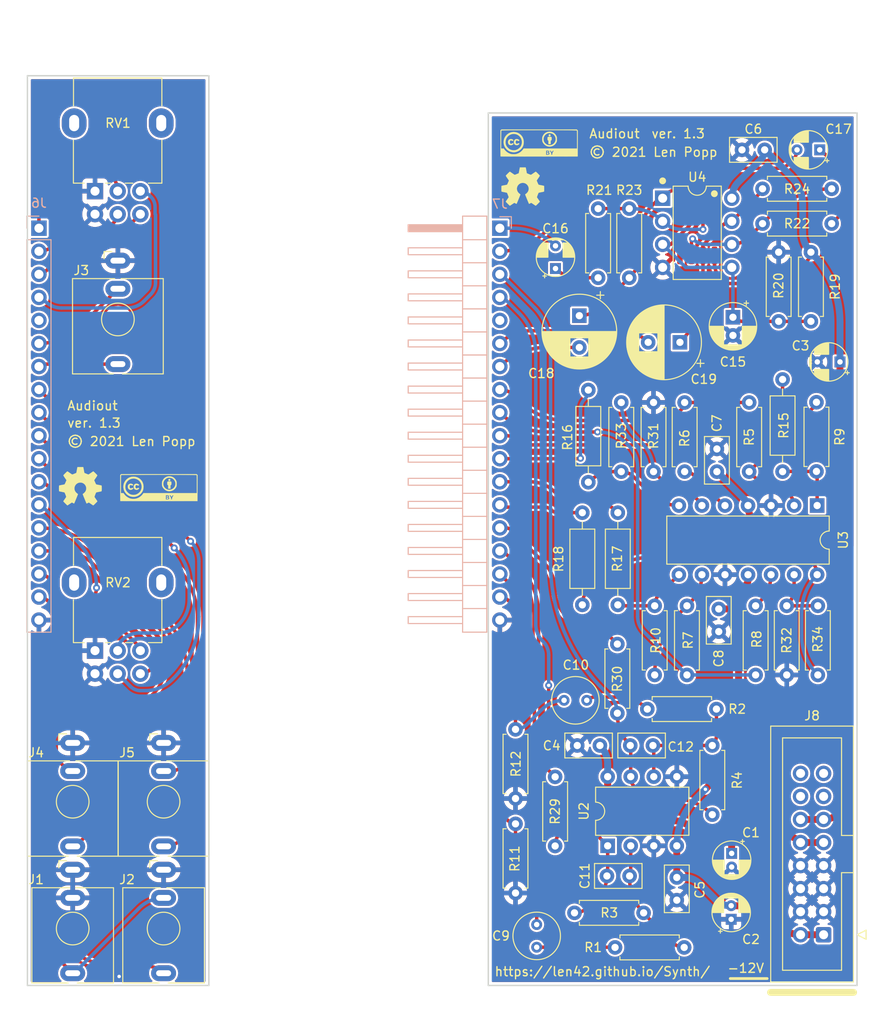
<source format=kicad_pcb>
(kicad_pcb (version 20211014) (generator pcbnew)
  (title_block (title "Eurorack Audiout Module") (date "2022-03-17") (rev "1.3") (company "Len Popp") (comment 1 "Copyright © 2022 Len Popp CC BY") (comment 2 "Stereo headphone and balanced line outputs with level controls, 4 HP"))
  (layers (0 "F.Cu" signal) (31 "B.Cu" signal) (36 "B.SilkS" user "B.Silkscreen") (37 "F.SilkS" user "F.Silkscreen") (38 "B.Mask" user) (39 "F.Mask" user) (44 "Edge.Cuts" user))
  (net 0 "")
  (net 1 "+12V")
  (net 2 "GND")
  (net 3 "-12V")
  (net 4 "+5V")
  (net 5 "Net-(C9-Pad1)")
  (net 6 "IN-LEFT")
  (net 7 "Net-(C10-Pad1)")
  (net 8 "IN-RIGHT")
  (net 9 "Net-(C15-Pad1)")
  (net 10 "Net-(C16-Pad1)")
  (net 11 "PHONES-ATTEN-LEFT")
  (net 12 "Net-(C17-Pad1)")
  (net 13 "PHONES-ATTEN-RIGHT")
  (net 14 "Net-(C18-Pad1)")
  (net 15 "Net-(C19-Pad1)")
  (net 16 "LINE-RIGHT")
  (net 17 "LINE-LEFT")
  (net 18 "LINE-ATTEN-RIGHT")
  (net 19 "LINE-ATTEN-LEFT")
  (net 20 "OUT-PHONES-RIGHT")
  (net 21 "OUT-PHONES-LEFT")
  (net 22 "OUT-LINE-RIGHT-NEG")
  (net 23 "OUT-LINE-RIGHT-POS")
  (net 24 "OUT-LINE-LEFT-NEG")
  (net 25 "OUT-LINE-LEFT-POS")
  (net 26 "Net-(C11-Pad2)")
  (net 27 "Net-(C12-Pad2)")
  (net 28 "Net-(R5-Pad1)")
  (net 29 "Net-(R6-Pad1)")
  (net 30 "Net-(R10-Pad2)")
  (net 31 "Net-(R8-Pad1)")
  (net 32 "Net-(R21-Pad1)")
  (net 33 "Net-(R22-Pad1)")
  (net 34 "Net-(R31-Pad1)")
  (net 35 "Net-(R32-Pad1)")
  (net 36 "PHONES-RIGHT")
  (net 37 "PHONES-LEFT")
  (net 38 "Net-(R15-Pad2)")
  (net 39 "Net-(R10-Pad1)")
  (net 40 "Net-(R16-Pad2)")
  (net 41 "Net-(R18-Pad2)")
  (footprint "-lmp-synth:Jack_3.5mm_QingPu_WQP-PJ398SM_Vertical" (layer "F.Cu") (at 140.74 121.489)
    (fp_text reference "J2")
    (fp_text value "WQP-PJ398")
  )
  (footprint "-lmp-synth:Jack_3.5mm_QingPu_WQP-PJ366ST_Vertical" (layer "F.Cu") (at 135.703 54.373)
    (fp_text reference "J3")
    (fp_text value "WQP419GR")
  )
  (footprint "-lmp-synth:Jack_3.5mm_QingPu_WQP-PJ366ST_Vertical" (layer "F.Cu") (at 140.74 107.513)
    (fp_text reference "J5")
    (fp_text value "WQP419GR")
  )
  (footprint "-lmp-synth:Jack_3.5mm_QingPu_WQP-PJ366ST_Vertical" (layer "F.Cu") (at 130.72 107.513)
    (fp_text reference "J4")
    (fp_text value "WQP419GR")
  )
  (footprint "-lmp-synth:Jack_3.5mm_QingPu_WQP-PJ398SM_Vertical" (layer "F.Cu") (at 130.72 121.489)
    (fp_text reference "J1")
    (fp_text value "WQP-PJ398")
  )
  (footprint "-lmp-misc:Logo_OSHW" (layer "F.Cu") (at 131.572 79.248)
    (fp_text reference "G3" hide)
    (fp_text value "Logo_OSHW" hide)
  )
  (footprint "-lmp-misc:C_Disc_D5.0mm_W2.5mm_P2.50mm" (layer "F.Cu") (at 201.93 95.25 90)
    (fp_text reference "C8")
    (fp_text value "100N")
  )
  (footprint "-lmp-misc:R_Axial_DIN0207_L6.3mm_D2.5mm_P7.62mm_Horizontal" (layer "F.Cu") (at 183.896 111.252 -90)
    (fp_text reference "R29")
    (fp_text value "10K")
  )
  (footprint "-lmp-breakout:Breakout_DIP-SOIC-8_W7.62mm" (layer "F.Cu") (at 195.746393 47.498)
    (fp_text reference "U4")
    (fp_text value "LM4808")
  )
  (footprint "-lmp-misc:R_Axial_DIN0207_L6.3mm_D2.5mm_P7.62mm_Horizontal" (layer "F.Cu") (at 212.09 53.4416 -90)
    (fp_text reference "R19")
    (fp_text value "100K")
  )
  (footprint "-lmp-misc:R_Axial_DIN0207_L6.3mm_D2.5mm_P7.62mm_Horizontal" (layer "F.Cu") (at 188.634393 48.641 -90)
    (fp_text reference "R21")
    (fp_text value "3K9")
  )
  (footprint "-lmp-misc:R_Axial_DIN0207_L6.3mm_D2.5mm_P7.62mm_Horizontal" (layer "F.Cu") (at 206.756 50.292)
    (fp_text reference "R22")
    (fp_text value "3K9")
  )
  (footprint "-lmp-misc:R_Axial_DIN0207_L6.3mm_D2.5mm_P7.62mm_Horizontal" (layer "F.Cu") (at 208.534 61.0616 90)
    (fp_text reference "R20")
    (fp_text value "100K")
  )
  (footprint "-lmp-misc:R_Axial_DIN0207_L6.3mm_D2.5mm_P7.62mm_Horizontal" (layer "F.Cu") (at 192.063393 56.261 90)
    (fp_text reference "R23")
    (fp_text value "3K9")
  )
  (footprint "Capacitor_THT:CP_Radial_D5.0mm_P2.00mm" (layer "F.Cu") (at 203.493393 60.611 -90)
    (fp_text reference "C15")
    (fp_text value "1U")
  )
  (footprint "-lmp-misc:CP_Radial_D4.0mm_P2.50mm" (layer "F.Cu") (at 213.0586 42.164 180)
    (fp_text reference "C17")
    (fp_text value "4U7")
  )
  (footprint "-lmp-misc:CP_Radial_D4.0mm_P2.50mm" (layer "F.Cu") (at 183.935393 55.245 90)
    (fp_text reference "C16")
    (fp_text value "4U7")
  )
  (footprint "Capacitor_THT:CP_Radial_D8.0mm_P3.50mm" (layer "F.Cu") (at 197.651393 63.373 180)
    (fp_text reference "C19")
    (fp_text value "220U")
  )
  (footprint "-lmp-misc:R_Axial_DIN0207_L6.3mm_D2.5mm_P7.62mm_Horizontal" (layer "F.Cu") (at 206.756 46.4566)
    (fp_text reference "R24")
    (fp_text value "3K9")
  )
  (footprint "-lmp-misc:CP_Radial_D4.0mm_P1.50mm" (layer "F.Cu") (at 203.3524 119.6848 -90)
    (fp_text reference "C1")
    (fp_text value "10U")
  )
  (footprint "-lmp-misc:CP_Radial_D4.0mm_P2.50mm" (layer "F.Cu") (at 215.2938 65.532 180)
    (fp_text reference "C3")
    (fp_text value "10U")
  )
  (footprint "-lmp-misc:C_Disc_D5.0mm_W2.5mm_P2.50mm" (layer "F.Cu") (at 188.8344 107.7976 180)
    (fp_text reference "C4")
    (fp_text value "100N")
  )
  (footprint "-lmp-misc:C_Disc_D5.0mm_W2.5mm_P2.50mm" (layer "F.Cu") (at 197.3072 124.841 90)
    (fp_text reference "C5")
    (fp_text value "100N")
  )
  (footprint "-lmp-misc:C_Disc_D5.0mm_W2.5mm_P2.50mm" (layer "F.Cu") (at 201.7268 77.6224 90)
    (fp_text reference "C7")
    (fp_text value "100N")
  )
  (footprint "-lmp-misc:C_Radial_D5.0mm_H5.0mm_P2.50mm" (layer "F.Cu") (at 181.864 130.028 90)
    (fp_text reference "C9")
    (fp_text value "10U")
  )
  (footprint "-lmp-misc:C_Radial_D5.0mm_H5.0mm_P2.50mm" (layer "F.Cu") (at 187.3812 102.8192 180)
    (fp_text reference "C10")
    (fp_text value "10U")
  )
  (footprint "-lmp-misc:Logo_OSHW" (layer "F.Cu") (at 180.34 46.228)
    (fp_text reference "G1" hide)
    (fp_text value "Logo_OSHW" hide)
  )
  (footprint "-lmp-misc:Logo_CC_BY" (layer "F.Cu") (at 140.208 79.375)
    (fp_text reference "G2" hide)
    (fp_text value "Logo_CC_BY" hide)
  )
  (footprint "-lmp-misc:Logo_CC_BY" (layer "F.Cu") (at 182.118 41.402)
    (fp_text reference "G4" hide)
    (fp_text value "Logo_CC_BY" hide)
  )
  (footprint "-lmp-misc:R_Axial_DIN0207_L6.3mm_D2.5mm_P7.62mm_Horizontal" (layer "F.Cu") (at 198.12 130.048 180)
    (fp_text reference "R1")
    (fp_text value "150K")
  )
  (footprint "-lmp-misc:R_Axial_DIN0207_L6.3mm_D2.5mm_P7.62mm_Horizontal" (layer "F.Cu") (at 201.676 103.7844 180)
    (fp_text reference "R2")
    (fp_text value "150K")
  )
  (footprint "-lmp-misc:R_Axial_DIN0207_L6.3mm_D2.5mm_P7.62mm_Horizontal" (layer "F.Cu") (at 186.0296 126.238)
    (fp_text reference "R3")
    (fp_text value "47K")
  )
  (footprint "-lmp-misc:R_Axial_DIN0207_L6.3mm_D2.5mm_P7.62mm_Horizontal" (layer "F.Cu") (at 201.2188 115.4176 90)
    (fp_text reference "R4")
    (fp_text value "47K")
  )
  (footprint "-lmp-misc:R_Axial_DIN0207_L6.3mm_D2.5mm_P7.62mm_Horizontal" (layer "F.Cu") (at 205.2828 77.6224 90)
    (fp_text reference "R5")
    (fp_text value "10K")
  )
  (footprint "-lmp-misc:R_Axial_DIN0207_L6.3mm_D2.5mm_P7.62mm_Horizontal" (layer "F.Cu") (at 198.1708 77.6224 90)
    (fp_text reference "R6")
    (fp_text value "10K")
  )
  (footprint "-lmp-misc:R_Axial_DIN0207_L6.3mm_D2.5mm_P7.62mm_Horizontal" (layer "F.Cu") (at 198.4248 92.4052 -90)
    (fp_text reference "R7")
    (fp_text value "10K")
  )
  (footprint "-lmp-misc:R_Axial_DIN0207_L6.3mm_D2.5mm_P7.62mm_Horizontal" (layer "F.Cu") (at 205.994 92.4052 -90)
    (fp_text reference "R8")
    (fp_text value "10K")
  )
  (footprint "-lmp-misc:R_Axial_DIN0207_L6.3mm_D2.5mm_P7.62mm_Horizontal" (layer "F.Cu") (at 212.6996 77.597 90)
    (fp_text reference "R9")
    (fp_text value "43K2")
  )
  (footprint "-lmp-misc:R_Axial_DIN0207_L6.3mm_D2.5mm_P7.62mm_Horizontal" (layer "F.Cu") (at 194.8688 92.4052 -90)
    (fp_text reference "R10")
    (fp_text value "43K2")
  )
  (footprint "-lmp-misc:R_Axial_DIN0207_L6.3mm_D2.5mm_P10.16mm_Horizontal" (layer "F.Cu") (at 208.9658 67.4624 -90)
    (fp_text reference "R15")
    (fp_text value "100R")
  )
  (footprint "-lmp-misc:R_Axial_DIN0207_L6.3mm_D2.5mm_P10.16mm_Horizontal" (layer "F.Cu") (at 190.8048 82.1436 -90)
    (fp_text reference "R17")
    (fp_text value "100R")
  )
  (footprint "-lmp-misc:R_Axial_DIN0207_L6.3mm_D2.5mm_P10.16mm_Horizontal" (layer "F.Cu") (at 186.8932 82.1436 -90)
    (fp_text reference "R18")
    (fp_text value "100R")
  )
  (footprint "-lmp-misc:R_Axial_DIN0207_L6.3mm_D2.5mm_P7.62mm_Horizontal" (layer "F.Cu") (at 194.7418 77.6224 90)
    (fp_text reference "R31")
    (fp_text value "10K")
  )
  (footprint "-lmp-misc:R_Axial_DIN0207_L6.3mm_D2.5mm_P7.62mm_Horizontal" (layer "F.Cu") (at 209.423 92.4052 -90)
    (fp_text reference "R32")
    (fp_text value "10K")
  )
  (footprint "-lmp-misc:R_Axial_DIN0207_L6.3mm_D2.5mm_P7.62mm_Horizontal" (layer "F.Cu") (at 191.1858 77.6224 90)
    (fp_text reference "R33")
    (fp_text value "33K2")
  )
  (footprint "-lmp-misc:R_Axial_DIN0207_L6.3mm_D2.5mm_P7.62mm_Horizontal" (layer "F.Cu") (at 212.852 100.0252 90)
    (fp_text reference "R34")
    (fp_text value "33K2")
  )
  (footprint "Package_DIP:DIP-14_W7.62mm" (layer "F.Cu") (at 212.7758 81.3562 -90)
    (fp_text reference "U3")
    (fp_text value "TL074")
  )
  (footprint "Package_DIP:DIP-8_W7.62mm" (layer "F.Cu") (at 189.6872 118.852 90)
    (fp_text reference "U2")
    (fp_text value "TL072")
  )
  (footprint "-lmp-synth:Potentiometer_Alpha_RD902F-40-00D_Dual_Vertical" (layer "F.Cu") (at 133.18 46.715 90)
    (fp_text reference "RV1")
    (fp_text value "100K")
  )
  (footprint "-lmp-synth:Potentiometer_Alpha_RD902F-40-00D_Dual_Vertical" (layer "F.Cu") (at 133.18 97.345 90)
    (fp_text reference "RV2")
    (fp_text value "100K")
  )
  (footprint "-lmp-synth:IDC-Header-Eurorack-16-TH" (layer "F.Cu") (at 213.487 128.651 180)
    (fp_text reference "J8")
    (fp_text value "Conn_Eurorack_16")
  )
  (footprint "-lmp-misc:R_Axial_DIN0207_L6.3mm_D2.5mm_P7.62mm_Horizontal" (layer "F.Cu") (at 190.754 96.6216 -90)
    (fp_text reference "R30")
    (fp_text value "10K")
  )
  (footprint "-lmp-misc:CP_Radial_D4.0mm_P1.50mm" (layer "F.Cu") (at 203.3016 126.9492 90)
    (fp_text reference "C2")
    (fp_text value "10U")
  )
  (footprint "-lmp-misc:C_Disc_D5.0mm_W2.5mm_P2.50mm" (layer "F.Cu") (at 206.99 42.164 180)
    (fp_text reference "C6")
    (fp_text value "100N")
  )
  (footprint "Capacitor_THT:CP_Radial_D8.0mm_P3.50mm" (layer "F.Cu") (at 186.563 60.439353 -90)
    (fp_text reference "C18")
    (fp_text value "220U")
  )
  (footprint "-lmp-misc:R_Axial_DIN0207_L6.3mm_D2.5mm_P10.16mm_Horizontal" (layer "F.Cu") (at 187.5536 68.6308 -90)
    (fp_text reference "R16")
    (fp_text value "100R")
  )
  (footprint "-lmp-misc:R_Axial_DIN0207_L6.3mm_D2.5mm_P7.62mm_Horizontal" (layer "F.Cu") (at 179.5272 116.4336 -90)
    (fp_text reference "R11")
    (fp_text value "100K")
  )
  (footprint "-lmp-misc:C_Disc_D5.0mm_W2.5mm_P2.50mm" (layer "F.Cu") (at 192.1764 107.7976)
    (fp_text reference "C12")
    (fp_text value "47P")
  )
  (footprint "-lmp-misc:R_Axial_DIN0207_L6.3mm_D2.5mm_P7.62mm_Horizontal" (layer "F.Cu") (at 179.5272 106.0196 -90)
    (fp_text reference "R12")
    (fp_text value "100K")
  )
  (footprint "-lmp-misc:C_Disc_D5.0mm_W2.5mm_P2.50mm" (layer "F.Cu") (at 189.6056 122.174)
    (fp_text reference "C11")
    (fp_text value "47P")
  )
  (footprint "Connector_PinSocket_2.54mm:PinSocket_1x18_P2.54mm_Vertical" (layer "B.Cu") (at 127 50.8 180)
    (fp_text reference "J6")
    (fp_text value "Conn_Front")
  )
  (footprint "Connector_PinHeader_2.54mm:PinHeader_1x18_P2.54mm_Horizontal" (layer "B.Cu") (at 177.8 50.8 180)
    (fp_text reference "J7")
    (fp_text value "Conn_Rear")
  )
  (gr_line (start 207.264 133.477) (end 203.2 133.477) (layer "F.SilkS") (width 0.3048))
  (gr_line (start 217.17 134.239) (end 176.53 134.239) (layer "Edge.Cuts") (width 0.1524))
  (gr_line (start 176.53 134.239) (end 176.53 38.1) (layer "Edge.Cuts") (width 0.1524))
  (gr_line (start 145.730011 34) (end 145.730011 134.239) (layer "Edge.Cuts") (width 0.1524))
  (gr_line (start 145.730011 134.239) (end 125.73 134.239) (layer "Edge.Cuts") (width 0.1524))
  (gr_line (start 217.17 38.1) (end 217.17 134.239) (layer "Edge.Cuts") (width 0.1524))
  (gr_line (start 176.53 38.1) (end 217.17 38.1) (layer "Edge.Cuts") (width 0.1524))
  (gr_line (start 125.73 34) (end 145.730011 34) (layer "Edge.Cuts") (width 0.1524))
  (gr_line (start 125.73 134.239) (end 125.73 34) (layer "Edge.Cuts") (width 0.1524))
  (gr_text "Audiout" (at 187.579 40.386) (layer "F.SilkS") (effects (font (size 1 1)) (justify left)))
  (gr_text "Audiout" (at 130.048 70.358) (layer "F.SilkS") (effects (font (size 1 1)) (justify left)))
  (gr_text "ver. 1.3" (at 130.048 72.263) (layer "F.SilkS") (effects (font (size 1 1)) (justify left)))
  (gr_text "© 2021 Len Popp" (at 130.048 74.295) (layer "F.SilkS") (effects (font (size 1 1)) (justify left)))
  (gr_text "-12V" (at 207.01 132.334) (layer "F.SilkS") (effects (font (size 1 1)) (justify right)))
  (gr_text "© 2021 Len Popp" (at 187.579 42.418) (layer "F.SilkS") (effects (font (size 1 1)) (justify left)))
  (gr_text "https://len42.github.io/Synth/" (at 189.103 132.715) (layer "F.SilkS") (effects (font (size 1 1))))
  (gr_text "ver. 1.3" (at 194.437 40.386) (layer "F.SilkS") (effects (font (size 1 1)) (justify left)))
  (segment (start 194.771429 116.078) (end 196.876399 116.078) (width 0.762) (layer "F.Cu") (net 1))
  (segment (start 213.956216 86.295817) (end 213.5124 85.852) (width 0.762) (layer "F.Cu") (net 1))
  (segment (start 199.0852 117.0432) (end 198.999359 116.957359) (width 0.762) (layer "F.Cu") (net 1))
  (segment (start 212.344 105.2576) (end 213.273717 104.327883) (width 0.762) (layer "F.Cu") (net 1))
  (segment (start 214.7824 100.6856) (end 214.7824 88.2904) (width 0.762) (layer "F.Cu") (net 1))
  (segment (start 208.923407 117.6528) (end 203.4032 117.6528) (width 0.762) (layer "F.Cu") (net 1))
  (segment (start 208.923407 117.6528) (end 208.923407 110.244275) (width 0.762) (layer "F.Cu") (net 1))
  (segment (start 210.2104 107.1372) (end 211.910394 105.437206) (width 0.762) (layer "F.Cu") (net 1))
  (segment (start 203.4032 117.6528) (end 200.556889 117.6528) (width 0.762) (layer "F.Cu") (net 1))
  (segment (start 203.3524 119.6848) (end 203.3524 117.775442) (width 0.762) (layer "F.Cu") (net 1))
  (segment (start 206.6544 83.9724) (end 205.946063 83.264062) (width 0.762) (layer "F.Cu") (net 1))
  (segment (start 189.6872 112.143244) (end 189.6872 111.232) (width 0.762) (layer "F.Cu") (net 1))
  (segment (start 213.487 118.491) (end 210.947 118.491) (width 0.762) (layer "F.Cu") (net 1))
  (segment (start 210.201065 84.4804) (end 207.88082 84.4804) (width 0.762) (layer "F.Cu") (net 1))
  (arc (start 200.556889 117.6528) (mid 199.760421 117.494373) (end 199.0852 117.0432) (width 0.762) (layer "F.Cu") (net 1))
  (arc (start 190.6016 114.3508) (mid 189.924845 113.337964) (end 189.6872 112.143244) (width 0.762) (layer "F.Cu") (net 1))
  (arc (start 210.947 118.491) (mid 210.018568 117.870641) (end 208.923407 117.6528) (width 0.762) (layer "F.Cu") (net 1))
  (arc (start 198.999359 116.957359) (mid 198.025337 116.306538) (end 196.876399 116.078) (width 0.762) (layer "F.Cu") (net 1))
  (arc (start 213.5124 85.852) (mid 211.993147 84.836867) (end 210.201065 84.4804) (width 0.762) (layer "F.Cu") (net 1))
  (arc (start 211.910394 105.437206) (mid 212.109334 105.304278) (end 212.344 105.2576) (width 0.762) (layer "F.Cu") (net 1))
  (arc (start 208.923407 110.244275) (mid 209.257885 108.562738) (end 210.2104 107.1372) (width 0.762) (layer "F.Cu") (net 1))
  (arc (start 205.946063 83.264062) (mid 205.361183 82.388728) (end 205.1558 81.3562) (width 0.762) (layer "F.Cu") (net 1))
  (arc (start 214.7824 88.2904) (mid 214.567682 87.210939) (end 213.956216 86.295817) (width 0.762) (layer "F.Cu") (net 1))
  (arc (start 207.88082 84.4804) (mid 207.217086 84.348375) (end 206.6544 83.9724) (width 0.762) (layer "F.Cu") (net 1))
  (arc (start 203.3524 117.775442) (mid 203.365602 117.709069) (end 203.4032 117.6528) (width 0.762) (layer "F.Cu") (net 1))
  (arc (start 213.273717 104.327883) (mid 214.390306 102.656789) (end 214.7824 100.6856) (width 0.762) (layer "F.Cu") (net 1))
  (arc (start 194.771429 116.078) (mid 192.514734 115.629115) (end 190.6016 114.3508) (width 0.762) (layer "F.Cu") (net 1))
  (segment (start 201.7268 77.6224) (end 204.940274 80.835874) (width 0.762) (layer "B.Cu") (net 1))
  (segment (start 189.6872 109.856441) (end 189.6872 111.232) (width 0.762) (layer "B.Cu") (net 1))
  (arc (start 204.940274 80.835874) (mid 205.099786 81.074602) (end 205.1558 81.3562) (width 0.762) (layer "B.Cu") (net 1))
  (arc (start 188.8344 107.7976) (mid 189.465564 108.742204) (end 189.6872 109.856441) (width 0.762) (layer "B.Cu") (net 1))
  (via (at 135.8392 133.2484) (size 0.762) (drill 0.381) (layers "F.Cu" "B.Cu") (net 2))
  (segment (start 210.947 128.651) (end 213.487 128.651) (width 0.762) (layer "F.Cu") (net 3))
  (segment (start 204.1144 103.793373) (end 204.1144 91.984978) (width 0.762) (layer "F.Cu") (net 3))
  (segment (start 201.93 92.75) (end 203.89519 92.75) (width 0.762) (layer "F.Cu") (net 3))
  (segment (start 197.3072 122.341) (end 197.3072 118.852) (width 0.762) (layer "F.Cu") (net 3))
  (segment (start 208.692254 127.717053) (end 208.4832 127.508) (width 0.762) (layer "F.Cu") (net 3))
  (segment (start 205.1558 89.567311) (end 205.1558 88.9762) (width 0.762) (layer "F.Cu") (net 3))
  (via (at 200.4568 112.6236) (size 0.762) (drill 0.381) (layers "F.Cu" "B.Cu") (net 3))
  (arc (start 204.1144 92.081472) (mid 204.32564 91.019498) (end 204.9272 90.1192) (width 0.762) (layer "F.Cu") (net 3))
  (arc (start 200.4568 112.6236) (mid 203.163821 108.572257) (end 204.1144 103.793373) (width 0.762) (layer "F.Cu") (net 3))
  (arc (start 203.89519 92.75) (mid 204.013826 92.726402) (end 204.1144 92.6592) (width 0.762) (layer "F.Cu") (net 3))
  (arc (start 210.947 128.651) (mid 209.72674 128.408275) (end 208.692254 127.717053) (width 0.762) (layer "F.Cu") (net 3))
  (arc (start 204.9272 90.1192) (mid 205.096389 89.865991) (end 205.1558 89.567311) (width 0.762) (layer "F.Cu") (net 3))
  (arc (start 208.4832 127.508) (mid 206.20277 125.984264) (end 203.512818 125.4492) (width 0.762) (layer "F.Cu") (net 3))
  (segment (start 201.62526 124.81566) (end 199.875863 123.066263) (width 0.762) (layer "B.Cu") (net 3))
  (segment (start 197.3072 122.341) (end 198.124919 122.340999) (width 0.762) (layer "B.Cu") (net 3))
  (segment (start 200.4568 112.6236) (end 199.48424 113.59616) (width 0.762) (layer "B.Cu") (net 3))
  (arc (start 199.48424 113.59616) (mid 197.872994 116.00756) (end 197.3072 118.852) (width 0.762) (layer "B.Cu") (net 3))
  (arc (start 199.875863 123.066263) (mid 199.072523 122.529489) (end 198.124919 122.340999) (width 0.762) (layer "B.Cu") (net 3))
  (arc (start 203.154845 125.4492) (mid 202.327002 125.284548) (end 201.62526 124.81566) (width 0.762) (layer "B.Cu") (net 3))
  (segment (start 213.487 115.951) (end 210.947 115.951) (width 0.762) (layer "F.Cu") (net 4))
  (segment (start 215.1347 115.2685) (end 215.7476 114.6556) (width 0.762) (layer "F.Cu") (net 4))
  (segment (start 207.01 56.896) (end 202.924251 56.896) (width 0.381) (layer "F.Cu") (net 4))
  (segment (start 215.2904 84.616864) (end 215.2904 65.5354) (width 0.762) (layer "F.Cu") (net 4))
  (segment (start 216.2048 113.551822) (end 216.2048 86.82442) (width 0.762) (layer "F.Cu") (net 4))
  (segment (start 211.712829 54.352171) (end 210.695644 55.369356) (width 0.381) (layer "F.Cu") (net 4))
  (segment (start 201.461393 54.9402) (end 201.461393 53.798) (width 0.381) (layer "F.Cu") (net 4))
  (arc (start 215.7476 114.6556) (mid 216.085977 114.149182) (end 216.2048 113.551822) (width 0.762) (layer "F.Cu") (net 4))
  (arc (start 216.2048 86.82442) (mid 216.072775 86.160686) (end 215.6968 85.598) (width 0.762) (layer "F.Cu") (net 4))
  (arc (start 202.924251 56.896) (mid 202.592345 56.829979) (end 202.311 56.642) (width 0.381) (layer "F.Cu") (net 4))
  (arc (start 213.487 115.951) (mid 214.378729 115.773624) (end 215.1347 115.2685) (width 0.762) (layer "F.Cu") (net 4))
  (arc (start 202.311 56.642) (mid 201.682198 55.700933) (end 201.461393 54.590868) (width 0.381) (layer "F.Cu") (net 4))
  (arc (start 215.6968 85.598) (mid 215.39602 85.147851) (end 215.2904 84.616864) (width 0.762) (layer "F.Cu") (net 4))
  (arc (start 212.09 53.4416) (mid 211.991976 53.934398) (end 211.712829 54.352171) (width 0.381) (layer "F.Cu") (net 4))
  (arc (start 210.695644 55.369356) (mid 209.004656 56.499238) (end 207.01 56.896) (width 0.381) (layer "F.Cu") (net 4))
  (segment (start 215.2938 65.532) (end 215.2938 61.176257) (width 0.762) (layer "B.Cu") (net 4))
  (segment (start 206.526845 43.282155) (end 204.112669 45.696331) (width 0.762) (layer "B.Cu") (net 4))
  (segment (start 211.1756 51.234044) (end 211.1756 48.163635) (width 0.762) (layer "B.Cu") (net 4))
  (segment (start 209.892883 45.066883) (end 206.99 42.164) (width 0.762) (layer "B.Cu") (net 4))
  (arc (start 204.112669 45.696331) (mid 203.560344 46.522943) (end 203.366393 47.498) (width 0.762) (layer "B.Cu") (net 4))
  (arc (start 209.914662 45.119462) (mid 209.909002 45.091006) (end 209.892883 45.066883) (width 0.762) (layer "B.Cu") (net 4))
  (arc (start 211.1756 48.163635) (mid 210.847893 46.51614) (end 209.914662 45.119462) (width 0.762) (layer "B.Cu") (net 4))
  (arc (start 212.09 53.4416) (mid 211.413245 52.428765) (end 211.1756 51.234044) (width 0.762) (layer "B.Cu") (net 4))
  (arc (start 206.99 42.164) (mid 206.86963 42.769141) (end 206.526845 43.282155) (width 0.762) (layer "B.Cu") (net 4))
  (arc (start 215.2938 61.176257) (mid 214.46116 56.990291) (end 212.09 53.4416) (width 0.762) (layer "B.Cu") (net 4))
  (segment (start 181.864 130.028) (end 190.451716 130.028) (width 0.381) (layer "F.Cu") (net 5))
  (segment (start 177.546 113.903812) (end 177.546 98.86763) (width 0.381) (layer "F.Cu") (net 6))
  (segment (start 180.930053 121.443254) (end 180.848 121.3612) (width 0.381) (layer "F.Cu") (net 6))
  (segment (start 179.832 94.615) (end 179.832 93.703462) (width 0.381) (layer "F.Cu") (net 6))
  (segment (start 128.9812 93.724504) (end 128.9812 94.166045) (width 0.381) (layer "F.Cu") (net 6))
  (segment (start 181.864 127.528) (end 181.864 123.698) (width 0.381) (layer "F.Cu") (net 6))
  (segment (start 178.308 97.028) (end 179.203382 96.132618) (width 0.381) (layer "F.Cu") (net 6))
  (segment (start 126.746 99.365419) (end 126.746 124.8664) (width 0.381) (layer "F.Cu") (net 6))
  (segment (start 128.358414 95.669586) (end 128.2192 95.8088) (width 0.381) (layer "F.Cu") (net 6))
  (segment (start 179.2732 92.3544) (end 178.753932 91.835132) (width 0.381) (layer "F.Cu") (net 6))
  (segment (start 129.620813 131.806814) (end 130.703 132.889) (width 0.381) (layer "F.Cu") (net 6))
  (segment (start 127.953932 91.835132) (end 128.3716 92.2528) (width 0.381) (layer "F.Cu") (net 6))
  (segment (start 179.5272 116.4336) (end 179.5272 118.172507) (width 0.381) (layer "F.Cu") (net 6))
  (segment (start 178.710789 116.074389) (end 178.2572 115.6208) (width 0.381) (layer "F.Cu") (net 6))
  (arc (start 179.5272 118.172507) (mid 179.870465 119.898215) (end 180.848 121.3612) (width 0.381) (layer "F.Cu") (net 6))
  (arc (start 128.9812 94.166045) (mid 128.819343 94.979755) (end 128.358414 95.669586) (width 0.381) (layer "F.Cu") (net 6))
  (arc (start 178.2572 115.6208) (mid 177.730835 114.833039) (end 177.546 113.903812) (width 0.381) (layer "F.Cu") (net 6))
  (arc (start 178.753932 91.835132) (mid 178.316265 91.542691) (end 177.8 91.44) (width 0.381) (layer "F.Cu") (net 6))
  (arc (start 179.203382 96.132618) (mid 179.668628 95.436329) (end 179.832 94.615) (width 0.381) (layer "F.Cu") (net 6))
  (arc (start 179.832 93.703462) (mid 179.686773 92.973355) (end 179.2732 92.3544) (width 0.381) (layer "F.Cu") (net 6))
  (arc (start 181.864 123.698) (mid 181.621275 122.47774) (end 180.930053 121.443254) (width 0.381) (layer "F.Cu") (net 6))
  (arc (start 126.746 124.8664) (mid 127.49314 128.622525) (end 129.620813 131.806814) (width 0.381) (layer "F.Cu") (net 6))
  (arc (start 127 91.44) (mid 127.516265 91.542691) (end 127.953932 91.835132) (width 0.381) (layer "F.Cu") (net 6))
  (arc (start 128.3716 92.2528) (mid 128.82277 92.928023) (end 128.9812 93.724504) (width 0.381) (layer "F.Cu") (net 6))
  (arc (start 128.2192 95.8088) (mid 127.128872 97.44059) (end 126.746 99.365419) (width 0.381) (layer "F.Cu") (net 6))
  (arc (start 179.578 116.4336) (mid 179.108669 116.340244) (end 178.710789 116.074389) (width 0.381) (layer "F.Cu") (net 6))
  (arc (start 177.546 98.86763) (mid 177.744037 97.87203) (end 178.308 97.028) (width 0.381) (layer "F.Cu") (net 6))
  (segment (start 130.978869 132.774731) (end 138.006784 125.746817) (width 0.381) (layer "B.Cu") (net 6))
  (arc (start 140.802 124.589) (mid 139.28924 124.889907) (end 138.006784 125.746817) (width 0.381) (layer "B.Cu") (net 6))
  (segment (start 190.867307 102.4636) (end 188.239694 102.4636) (width 0.381) (layer "F.Cu") (net 7))
  (arc (start 194.056 103.7844) (mid 192.593015 102.806865) (end 190.867307 102.4636) (width 0.381) (layer "F.Cu") (net 7))
  (arc (start 188.239694 102.4636) (mid 187.775081 102.556017) (end 187.3812 102.8192) (width 0.381) (layer "F.Cu") (net 7))
  (segment (start 138.971544 132.1308) (end 135.75266 132.1308) (width 0.381) (layer "F.Cu") (net 8))
  (segment (start 129.452222 91.809423) (end 129.024326 91.381527) (width 0.381) (layer "F.Cu") (net 8))
  (segment (start 179.912747 91.012747) (end 177.8 88.9) (width 0.381) (layer "F.Cu") (net 8))
  (segment (start 127.8128 124.981203) (end 127.8128 99.387956) (width 0.381) (layer "F.Cu") (net 8))
  (segment (start 128.27 89.5604) (end 128.040653 89.331053) (width 0.381) (layer "F.Cu") (net 8))
  (segment (start 179.5272 106.0196) (end 179.5272 99.625272) (width 0.381) (layer "F.Cu") (net 8))
  (segment (start 180.9496 96.191296) (end 180.9496 93.515932) (width 0.381) (layer "F.Cu") (net 8))
  (segment (start 130.0988 93.869065) (end 130.0988 93.3704) (width 0.381) (layer "F.Cu") (net 8))
  (arc (start 128.7272 97.1804) (mid 129.742332 95.661147) (end 130.0988 93.869065) (width 0.381) (layer "F.Cu") (net 8))
  (arc (start 180.9496 93.515932) (mid 180.680131 92.161218) (end 179.912747 91.012747) (width 0.381) (layer "F.Cu") (net 8))
  (arc (start 128.040653 89.331053) (mid 127.563198 89.012027) (end 127 88.9) (width 0.381) (layer "F.Cu") (net 8))
  (arc (start 179.5272 99.625272) (mid 179.73844 98.563298) (end 180.34 97.663) (width 0.381) (layer "F.Cu") (net 8))
  (arc (start 127.8128 99.387956) (mid 128.050445 98.193235) (end 128.7272 97.1804) (width 0.381) (layer "F.Cu") (net 8))
  (arc (start 140.802 132.889) (mid 139.96218 132.32785) (end 138.971544 132.1308) (width 0.381) (layer "F.Cu") (net 8))
  (arc (start 130.0988 93.3704) (mid 129.93076 92.525605) (end 129.452222 91.809423) (width 0.381) (layer "F.Cu") (net 8))
  (arc (start 135.75266 132.1308) (mid 132.500364 131.483878) (end 129.7432 129.6416) (width 0.381) (layer "F.Cu") (net 8))
  (arc (start 128.6764 90.541536) (mid 128.57078 90.010549) (end 128.27 89.5604) (width 0.381) (layer "F.Cu") (net 8))
  (arc (start 180.34 97.663) (mid 180.79117 96.987776) (end 180.9496 96.191296) (width 0.381) (layer "F.Cu") (net 8))
  (arc (start 129.7432 129.6416) (mid 128.314495 127.503391) (end 127.8128 124.981203) (width 0.381) (layer "F.Cu") (net 8))
  (arc (start 129.024326 91.381527) (mid 128.766823 90.996147) (end 128.6764 90.541536) (width 0.381) (layer "F.Cu") (net 8))
  (segment (start 180.741294 105.516706) (end 182.418869 103.839131) (width 0.381) (layer "B.Cu") (net 8))
  (arc (start 182.418869 103.839131) (mid 183.548596 103.084271) (end 184.8812 102.8192) (width 0.381) (layer "B.Cu") (net 8))
  (arc (start 179.5272 106.0196) (mid 180.184263 105.888902) (end 180.741294 105.516706) (width 0.381) (layer "B.Cu") (net 8))
  (segment (start 197.397393 51.816) (end 198.654693 50.5587) (width 0.381) (layer "F.Cu") (net 9))
  (segment (start 212.09 61.0616) (end 208.534 61.0616) (width 0.381) (layer "F.Cu") (net 9))
  (segment (start 197.651393 53.798) (end 197.651393 52.321447) (width 0.381) (layer "F.Cu") (net 9))
  (segment (start 197.397393 51.816) (end 196.635393 52.578) (width 0.381) (layer "F.Cu") (net 9))
  (segment (start 208.534 61.0616) (end 204.581237 61.0616) (width 0.381) (layer "F.Cu") (net 9))
  (segment (start 196.635393 52.578) (end 195.746393 52.578) (width 0.381) (layer "F.Cu") (net 9))
  (segment (start 197.473593 51.8922) (end 197.397393 51.816) (width 0.381) (layer "F.Cu") (net 9))
  (segment (start 198.921393 48.848) (end 198.921393 49.91483) (width 0.381) (layer "F.Cu") (net 9))
  (arc (start 204.581237 61.0616) (mid 203.9925 60.944493) (end 203.493393 60.611) (width 0.381) (layer "F.Cu") (net 9))
  (arc (start 198.921393 49.91483) (mid 198.85208 50.26329) (end 198.654693 50.5587) (width 0.381) (layer "F.Cu") (net 9))
  (arc (start 197.651393 52.321447) (mid 197.605184 52.08914) (end 197.473593 51.8922) (width 0.381) (layer "F.Cu") (net 9))
  (segment (start 198.286393 55.118) (end 195.746393 52.578) (width 0.381) (layer "B.Cu") (net 9))
  (segment (start 203.493393 60.611) (end 203.493393 55.245) (width 0.381) (layer "B.Cu") (net 9))
  (segment (start 203.366393 55.118) (end 198.286393 55.118) (width 0.381) (layer "B.Cu") (net 9))
  (segment (start 188.634393 56.261) (end 186.388233 56.261) (width 0.381) (layer "F.Cu") (net 10))
  (arc (start 186.388233 56.261) (mid 185.060765 55.99695) (end 183.935393 55.245) (width 0.381) (layer "F.Cu") (net 10))
  (segment (start 134.97162 45.004821) (end 134.874 44.9072) (width 0.381) (layer "F.Cu") (net 11))
  (segment (start 134.138148 44.6024) (end 131.036356 44.6024) (width 0.381) (layer "F.Cu") (net 11))
  (segment (start 127 49.931913) (end 127 50.706239) (width 0.381) (layer "F.Cu") (net 11))
  (arc (start 135.68 46.715) (mid 135.495898 45.789458) (end 134.97162 45.004821) (width 0.381) (layer "F.Cu") (net 11))
  (arc (start 134.874 44.9072) (mid 134.536389 44.681615) (end 134.138148 44.6024) (width 0.381) (layer "F.Cu") (net 11))
  (arc (start 131.036356 44.6024) (mid 129.841636 44.840045) (end 128.8288 45.5168) (width 0.381) (layer "F.Cu") (net 11))
  (arc (start 128.8288 45.5168) (mid 127.47529 47.542471) (end 127 49.931913) (width 0.381) (layer "F.Cu") (net 11))
  (segment (start 177.8 50.8) (end 179.239748 50.8) (width 0.381) (layer "B.Cu") (net 11))
  (arc (start 179.239748 50.8) (mid 181.781012 51.305489) (end 183.935393 52.745) (width 0.381) (layer "B.Cu") (net 11))
  (segment (start 216.027 47.615975) (end 216.027 46.165712) (width 0.381) (layer "F.Cu") (net 12))
  (segment (start 215.2269 44.2341) (end 213.1568 42.164) (width 0.381) (layer "F.Cu") (net 12))
  (segment (start 215.302198 49.365802) (end 214.376 50.292) (width 0.381) (layer "F.Cu") (net 12))
  (arc (start 216.027 46.165712) (mid 215.819061 45.120331) (end 215.2269 44.2341) (width 0.381) (layer "F.Cu") (net 12))
  (arc (start 216.027 47.615975) (mid 215.83863 48.562975) (end 215.302198 49.365802) (width 0.381) (layer "F.Cu") (net 12))
  (segment (start 131.059951 51.3588) (end 133.127254 51.3588) (width 0.381) (layer "F.Cu") (net 13))
  (segment (start 134.7216 50.6984) (end 135.337053 50.082947) (width 0.381) (layer "F.Cu") (net 13))
  (segment (start 128.6477 52.6575) (end 129.159 52.1462) (width 0.381) (layer "F.Cu") (net 13))
  (segment (start 210.104355 43.260646) (end 209.677 43.688) (width 0.381) (layer "F.Cu") (net 13))
  (segment (start 186.602393 47.3964) (end 182.680265 51.318528) (width 0.381) (layer "F.Cu") (net 13))
  (segment (start 194.328842 44.196) (end 208.45058 44.196) (width 0.381) (layer "F.Cu") (net 13))
  (arc (start 133.127254 51.3588) (mid 133.990108 51.187167) (end 134.7216 50.6984) (width 0.381) (layer "F.Cu") (net 13))
  (arc (start 129.159 52.1462) (mid 130.031163 51.563439) (end 131.059951 51.3588) (width 0.381) (layer "F.Cu") (net 13))
  (arc (start 209.677 43.688) (mid 209.114314 44.063975) (end 208.45058 44.196) (width 0.381) (layer "F.Cu") (net 13))
  (arc (start 210.5586 42.164) (mid 210.440545 42.7575) (end 210.104355 43.260646) (width 0.381) (layer "F.Cu") (net 13))
  (arc (start 182.680265 51.318528) (mid 180.44118 52.814637) (end 177.8 53.34) (width 0.381) (layer "F.Cu") (net 13))
  (arc (start 135.337053 50.082947) (mid 135.590871 49.703082) (end 135.68 49.255) (width 0.381) (layer "F.Cu") (net 13))
  (arc (start 127 53.34) (mid 127.891729 53.162624) (end 128.6477 52.6575) (width 0.381) (layer "F.Cu") (net 13))
  (arc (start 194.328842 44.196) (mid 190.147318 45.027757) (end 186.602393 47.3964) (width 0.381) (layer "F.Cu") (net 13))
  (segment (start 201.461393 48.848) (end 201.461393 47.75561) (width 0.381) (layer "F.Cu") (net 14))
  (segment (start 195.139346 47.749447) (end 194.476393 48.4124) (width 0.381) (layer "F.Cu") (net 14))
  (segment (start 199.919652 46.609) (end 197.117993 46.609) (width 0.381) (layer "F.Cu") (net 14))
  (segment (start 192.063393 56.261) (end 188.819864 59.504529) (width 0.381) (layer "F.Cu") (net 14))
  (segment (start 193.587393 50.558635) (end 193.587393 52.581739) (width 0.381) (layer "F.Cu") (net 14))
  (arc (start 194.476393 48.4124) (mid 193.818437 49.397101) (end 193.587393 50.558635) (width 0.381) (layer "F.Cu") (net 14))
  (arc (start 193.587393 52.581739) (mid 193.191318 54.572941) (end 192.063393 56.261) (width 0.381) (layer "F.Cu") (net 14))
  (arc (start 201.461393 47.75561) (mid 201.395381 47.423743) (end 201.207393 47.1424) (width 0.381) (layer "F.Cu") (net 14))
  (arc (start 197.117993 46.609) (mid 196.672129 46.697688) (end 196.294144 46.95025) (width 0.381) (layer "F.Cu") (net 14))
  (arc (start 201.207393 47.1424) (mid 200.616573 46.747626) (end 199.919652 46.609) (width 0.381) (layer "F.Cu") (net 14))
  (arc (start 188.819864 59.504529) (mid 187.784406 60.1964) (end 186.563 60.439353) (width 0.381) (layer "F.Cu") (net 14))
  (segment (start 206.620382 46.784011) (end 203.366393 50.038) (width 0.381) (layer "F.Cu") (net 15))
  (segment (start 200.236294 52.621999) (end 202.434142 50.424151) (width 0.381) (layer "F.Cu") (net 15))
  (segment (start 200.191393 53.798) (end 200.191393 57.240898) (width 0.381) (layer "F.Cu") (net 15))
  (segment (start 200.191393 53.798) (end 200.191393 52.7304) (width 0.381) (layer "F.Cu") (net 15))
  (arc (start 202.434142 50.424151) (mid 202.861862 50.138358) (end 203.366393 50.038) (width 0.381) (layer "F.Cu") (net 15))
  (arc (start 200.191393 57.240898) (mid 199.531268 60.559568) (end 197.651393 63.373) (width 0.381) (layer "F.Cu") (net 15))
  (arc (start 200.191393 52.7304) (mid 200.203063 52.671734) (end 200.236294 52.621999) (width 0.381) (layer "F.Cu") (net 15))
  (segment (start 179.07 84.074) (end 182.638764 87.642764) (width 0.381) (layer "F.Cu") (net 16))
  (segment (start 134.62 87.5792) (end 133.590798 86.549998) (width 0.381) (layer "F.Cu") (net 16))
  (segment (start 135.7884 91.707074) (end 135.7884 90.399967) (width 0.381) (layer "F.Cu") (net 16))
  (segment (start 136.28205 92.89885) (end 139.059871 95.67667) (width 0.381) (layer "F.Cu") (net 16))
  (segment (start 188.118125 94.9452) (end 188.1632 94.9452) (width 0.381) (layer "F.Cu") (net 16))
  (segment (start 185.045473 93.453073) (end 185.42 93.8276) (width 0.381) (layer "F.Cu") (net 16))
  (segment (start 190.754 96.6216) (end 189.724179 95.591779) (width 0.381) (layer "F.Cu") (net 16))
  (segment (start 139.276168 95.842168) (end 139.146593 95.712592) (width 0.381) (layer "F.Cu") (net 16))
  (segment (start 139.954 97.80164) (end 139.954 97.310262) (width 0.381) (layer "F.Cu") (net 16))
  (arc (start 178.45679 83.82) (mid 178.788656 83.886013) (end 179.07 84.074) (width 0.381) (layer "F.Cu") (net 16))
  (arc (start 139.279718 99.429482) (mid 139.778763 98.682616) (end 139.954 97.80164) (width 0.381) (layer "F.Cu") (net 16))
  (arc (start 183.896 90.678) (mid 184.194738 92.179859) (end 185.045473 93.453073) (width 0.381) (layer "F.Cu") (net 16))
  (arc (start 135.7884 90.399967) (mid 135.484743 88.873379) (end 134.62 87.5792) (width 0.381) (layer "F.Cu") (net 16))
  (arc (start 138.18 99.885) (mid 138.775163 99.766615) (end 139.279718 99.429482) (width 0.381) (layer "F.Cu") (net 16))
  (arc (start 182.638764 87.642764) (mid 183.569255 89.035342) (end 183.896 90.678) (width 0.381) (layer "F.Cu") (net 16))
  (arc (start 185.42 93.8276) (mid 186.65791 94.654745) (end 188.118125 94.9452) (width 0.381) (layer "F.Cu") (net 16))
  (arc (start 136.28205 92.89885) (mid 135.916695 92.352059) (end 135.7884 91.707074) (width 0.381) (layer "F.Cu") (net 16))
  (arc (start 139.954 97.310262) (mid 139.808773 96.580155) (end 139.3952 95.9612) (width 0.381) (layer "F.Cu") (net 16))
  (arc (start 139.146593 95.712592) (mid 139.099659 95.703256) (end 139.059871 95.67667) (width 0.381) (layer "F.Cu") (net 16))
  (arc (start 133.590798 86.549998) (mid 130.566914 84.529503) (end 127 83.82) (width 0.381) (layer "F.Cu") (net 16))
  (arc (start 189.724179 95.591779) (mid 189.007996 95.11324) (end 188.1632 94.9452) (width 0.381) (layer "F.Cu") (net 16))
  (segment (start 137.958675 96.810675) (end 135.870221 94.722221) (width 0.381) (layer "F.Cu") (net 17))
  (segment (start 178.407048 86.611448) (end 179.941451 88.145851) (width 0.381) (layer "F.Cu") (net 17))
  (segment (start 133.557248 88.396048) (end 133.006726 87.845526) (width 0.381) (layer "F.Cu") (net 17))
  (segment (start 129.420349 86.36) (end 127 86.36) (width 0.381) (layer "F.Cu") (net 17))
  (segment (start 183.173841 110.529841) (end 183.896 111.252) (width 0.381) (layer "F.Cu") (net 17))
  (segment (start 181.855706 100.084285) (end 181.921264 100.018722) (width 0.381) (layer "F.Cu") (net 17))
  (segment (start 181.61 100.677506) (end 181.61 106.754395) (width 0.381) (layer "F.Cu") (net 17))
  (segment (start 134.6708 91.826562) (end 134.6708 91.0844) (width 0.381) (layer "F.Cu") (net 17))
  (segment (start 182.0672 93.277863) (end 182.0672 99.666381) (width 0.381) (layer "F.Cu") (net 17))
  (arc (start 182.0672 99.666381) (mid 182.029273 99.857065) (end 181.921264 100.018722) (width 0.381) (layer "F.Cu") (net 17))
  (arc (start 135.870221 94.722221) (mid 134.982519 93.393681) (end 134.6708 91.826562) (width 0.381) (layer "F.Cu") (net 17))
  (arc (start 179.941451 88.145851) (mid 181.514736 90.500438) (end 182.0672 93.277863) (width 0.381) (layer "F.Cu") (net 17))
  (arc (start 134.6708 91.0844) (mid 134.381397 89.629474) (end 133.557248 88.396048) (width 0.381) (layer "F.Cu") (net 17))
  (arc (start 181.61 106.754395) (mid 182.016429 108.797652) (end 183.173841 110.529841) (width 0.381) (layer "F.Cu") (net 17))
  (arc (start 181.855706 100.084285) (mid 181.673856 100.35646) (end 181.61 100.677506) (width 0.381) (layer "F.Cu") (net 17))
  (arc (start 133.006726 87.845526) (mid 131.361283 86.746075) (end 129.420349 86.36) (width 0.381) (layer "F.Cu") (net 17))
  (segment (start 179.360979 69.226579) (end 179.9844 69.85) (width 0.381) (layer "F.Cu") (net 18))
  (segment (start 198.1708 70.0024) (end 205.2828 70.0024) (width 0.381) (layer "F.Cu") (net 18))
  (segment (start 185.135366 71.9836) (end 195.51837 71.9836) (width 0.381) (layer "F.Cu") (net 18))
  (segment (start 143.7132 85.2932) (end 127 68.58) (width 0.381) (layer "F.Cu") (net 18))
  (segment (start 197.358 71.2216) (end 197.883431 70.696169) (width 0.381) (layer "F.Cu") (net 18))
  (via (at 143.7132 85.2932) (size 0.762) (drill 0.381) (layers "F.Cu" "B.Cu") (net 18))
  (arc (start 195.51837 71.9836) (mid 196.513971 71.785562) (end 197.358 71.2216) (width 0.381) (layer "F.Cu") (net 18))
  (arc (start 177.8 68.58) (mid 178.644796 68.74804) (end 179.360979 69.226579) (width 0.381) (layer "F.Cu") (net 18))
  (arc (start 179.9844 69.85) (mid 182.347683 71.429095) (end 185.135366 71.9836) (width 0.381) (layer "F.Cu") (net 18))
  (arc (start 197.883431 70.696169) (mid 198.096115 70.377865) (end 198.1708 70.0024) (width 0.381) (layer "F.Cu") (net 18))
  (segment (start 138.218467 101.7524) (end 138.7348 101.7524) (width 0.381) (layer "B.Cu") (net 18))
  (segment (start 141.683314 100.531085) (end 141.8082 100.4062) (width 0.381) (layer "B.Cu") (net 18))
  (segment (start 144.6276 93.599567) (end 144.6276 87.500756) (width 0.381) (layer "B.Cu") (net 18))
  (segment (start 135.68 99.885) (end 137.072883 101.277883) (width 0.381) (layer "B.Cu") (net 18))
  (arc (start 144.6276 87.500756) (mid 144.389955 86.306035) (end 143.7132 85.2932) (width 0.381) (layer "B.Cu") (net 18))
  (arc (start 141.8082 100.4062) (mid 143.894862 97.28329) (end 144.6276 93.599567) (width 0.381) (layer "B.Cu") (net 18))
  (arc (start 137.072883 101.277883) (mid 137.598481 101.629077) (end 138.218467 101.7524) (width 0.381) (layer "B.Cu") (net 18))
  (arc (start 138.7348 101.7524) (mid 140.330524 101.434991) (end 141.683314 100.531085) (width 0.381) (layer "B.Cu") (net 18))
  (segment (start 141.908433 86.028433) (end 127 71.12) (width 0.381) (layer "F.Cu") (net 19))
  (segment (start 182.950966 73.2536) (end 188.5696 73.2536) (width 0.381) (layer "F.Cu") (net 19))
  (via (at 188.5696 73.2536) (size 0.762) (drill 0.381) (layers "F.Cu" "B.Cu") (net 19))
  (via (at 141.908433 86.028433) (size 0.762) (drill 0.381) (layers "F.Cu" "B.Cu") (net 19))
  (arc (start 177.8 71.12) (mid 180.163283 72.699095) (end 182.950966 73.2536) (width 0.381) (layer "F.Cu") (net 19))
  (segment (start 205.994 100.0252) (end 198.4248 100.0252) (width 0.381) (layer "B.Cu") (net 19))
  (segment (start 188.5696 73.2536) (end 188.632107 73.2536) (width 0.381) (layer "B.Cu") (net 19))
  (segment (start 140.1572 95.4024) (end 138.051207 95.4024) (width 0.381) (layer "B.Cu") (net 19))
  (segment (start 193.7004 95.3008) (end 198.4248 100.0252) (width 0.381) (layer "B.Cu") (net 19))
  (segment (start 192.9892 77.1144) (end 192.9892 93.583812) (width 0.381) (layer "B.Cu") (net 19))
  (segment (start 191.8208 74.5744) (end 191.9732 74.7268) (width 0.381) (layer "B.Cu") (net 19))
  (segment (start 136.182939 96.176262) (end 136.150792 96.208409) (width 0.381) (layer "B.Cu") (net 19))
  (segment (start 143.5608 91.694875) (end 143.5608 90.0176) (width 0.381) (layer "B.Cu") (net 19))
  (segment (start 191.9732 74.7268) (end 192.019332 74.772933) (width 0.381) (layer "B.Cu") (net 19))
  (arc (start 192.019332 74.772933) (mid 192.73714 75.847207) (end 192.9892 77.1144) (width 0.381) (layer "B.Cu") (net 19))
  (arc (start 140.1572 95.4024) (mid 141.37746 95.159675) (end 142.411946 94.468453) (width 0.381) (layer "B.Cu") (net 19))
  (arc (start 188.632107 73.2536) (mid 190.357816 73.596864) (end 191.8208 74.5744) (width 0.381) (layer "B.Cu") (net 19))
  (arc (start 143.5608 90.0176) (mid 143.131364 87.858678) (end 141.908433 86.028433) (width 0.381) (layer "B.Cu") (net 19))
  (arc (start 142.411946 94.468453) (mid 143.262223 93.195925) (end 143.5608 91.694875) (width 0.381) (layer "B.Cu") (net 19))
  (arc (start 138.051207 95.4024) (mid 137.040108 95.60352) (end 136.182939 96.176262) (width 0.381) (layer "B.Cu") (net 19))
  (arc (start 192.9892 93.583812) (mid 193.174035 94.513039) (end 193.7004 95.3008) (width 0.381) (layer "B.Cu") (net 19))
  (arc (start 136.150792 96.208409) (mid 135.802355 96.729881) (end 135.68 97.345) (width 0.381) (layer "B.Cu") (net 19))
  (segment (start 191.085342 62.103) (end 181.172656 62.103) (width 0.381) (layer "F.Cu") (net 20))
  (segment (start 135.703 57.473) (end 131.568218 61.607782) (width 0.381) (layer "F.Cu") (net 20))
  (arc (start 194.151393 63.373) (mid 192.744677 62.433062) (end 191.085342 62.103) (width 0.381) (layer "F.Cu") (net 20))
  (arc (start 131.568218 61.607782) (mid 129.472302 63.008229) (end 127 63.5) (width 0.381) (layer "F.Cu") (net 20))
  (arc (start 181.172656 62.103) (mid 179.347388 62.466068) (end 177.8 63.5) (width 0.381) (layer "F.Cu") (net 20))
  (segment (start 135.703 65.773) (end 127.644595 65.773) (width 0.381) (layer "F.Cu") (net 21))
  (segment (start 186.563 63.939353) (end 182.87141 63.939353) (width 0.381) (layer "F.Cu") (net 21))
  (arc (start 127.644595 65.773) (mid 127.295743 65.842391) (end 127 66.04) (width 0.381) (layer "F.Cu") (net 21))
  (arc (start 182.87141 63.939353) (mid 180.126783 64.485293) (end 177.8 66.04) (width 0.381) (layer "F.Cu") (net 21))
  (segment (start 136.196295 85.396295) (end 127 76.2) (width 0.381) (layer "F.Cu") (net 22))
  (segment (start 140.655427 93.513027) (end 138.678895 91.536495) (width 0.381) (layer "F.Cu") (net 22))
  (segment (start 138.176 90.3224) (end 138.176 90.175725) (width 0.381) (layer "F.Cu") (net 22))
  (segment (start 143.3576 108.734538) (end 143.3576 100.036649) (width 0.381) (layer "F.Cu") (net 22))
  (segment (start 177.8 76.2) (end 186.567358 76.2) (width 0.381) (layer "F.Cu") (net 22))
  (via (at 186.69 76.1492) (size 0.762) (drill 0.381) (layers "F.Cu" "B.Cu") (net 22))
  (arc (start 141.520716 110.613) (mid 142.21241 110.475413) (end 142.7988 110.0836) (width 0.381) (layer "F.Cu") (net 22))
  (arc (start 142.7988 110.0836) (mid 143.212373 109.464645) (end 143.3576 108.734538) (width 0.381) (layer "F.Cu") (net 22))
  (arc (start 186.567358 76.2) (mid 186.633731 76.186797) (end 186.69 76.1492) (width 0.381) (layer "F.Cu") (net 22))
  (arc (start 138.678895 91.536495) (mid 138.306698 90.979464) (end 138.176 90.3224) (width 0.381) (layer "F.Cu") (net 22))
  (arc (start 138.176 90.175725) (mid 137.661491 87.589116) (end 136.196295 85.396295) (width 0.381) (layer "F.Cu") (net 22))
  (arc (start 143.3576 100.036649) (mid 142.655328 96.50609) (end 140.655427 93.513027) (width 0.381) (layer "F.Cu") (net 22))
  (segment (start 186.69 76.1492) (end 186.69 70.750578) (width 0.381) (layer "B.Cu") (net 22))
  (arc (start 186.69 70.750578) (mid 186.808822 70.153217) (end 187.1472 69.6468) (width 0.381) (layer "B.Cu") (net 22))
  (arc (start 187.1472 69.6468) (mid 187.44798 69.196651) (end 187.5536 68.665664) (width 0.381) (layer "B.Cu") (net 22))
  (segment (start 194.749062 74.676) (end 180.764719 74.676) (width 0.381) (layer "F.Cu") (net 23))
  (segment (start 139.609668 86.269669) (end 139.4968 86.1568) (width 0.381) (layer "F.Cu") (net 23))
  (segment (start 144.526 114.967002) (end 144.526 103.703842) (width 0.381) (layer "F.Cu") (net 23))
  (segment (start 142.753223 118.104777) (end 143.5608 117.2972) (width 0.381) (layer "F.Cu") (net 23))
  (segment (start 142.0876 87.9856) (end 141.556006 87.454006) (width 0.381) (layer "F.Cu") (net 23))
  (segment (start 208.9658 67.4624) (end 208.9658 68.271281) (width 0.381) (layer "F.Cu") (net 23))
  (segment (start 179.692796 74.231996) (end 179.53478 74.073981) (width 0.381) (layer "F.Cu") (net 23))
  (segment (start 204.5716 72.4916) (end 200.022672 72.4916) (width 0.381) (layer "F.Cu") (net 23))
  (segment (start 127 73.66) (end 139.4968 86.1568) (width 0.381) (layer "F.Cu") (net 23))
  (segment (start 140.255188 86.915189) (end 139.609668 86.269669) (width 0.381) (layer "F.Cu") (net 23))
  (segment (start 144.4752 103.5812) (end 144.4752 93.749776) (width 0.381) (layer "F.Cu") (net 23))
  (segment (start 207.9752 70.6628) (end 207.259952 71.378048) (width 0.381) (layer "F.Cu") (net 23))
  (segment (start 178.535339 73.66) (end 177.8 73.66) (width 0.381) (layer "F.Cu") (net 23))
  (arc (start 141.556006 87.454006) (mid 141.357066 87.321078) (end 141.1224 87.2744) (width 0.381) (layer "F.Cu") (net 23))
  (arc (start 141.1224 87.2744) (mid 140.653068 87.181044) (end 140.255188 86.915189) (width 0.381) (layer "F.Cu") (net 23))
  (arc (start 198.162146 73.262254) (mid 196.59621 74.308579) (end 194.749062 74.676) (width 0.381) (layer "F.Cu") (net 23))
  (arc (start 143.5608 117.2972) (mid 144.275153 116.228096) (end 144.526 114.967002) (width 0.381) (layer "F.Cu") (net 23))
  (arc (start 140.802 118.913) (mid 141.857994 118.70295) (end 142.753223 118.104777) (width 0.381) (layer "F.Cu") (net 23))
  (arc (start 200.022672 72.4916) (mid 199.015763 72.691886) (end 198.162146 73.262254) (width 0.381) (layer "F.Cu") (net 23))
  (arc (start 207.259952 71.378048) (mid 206.026526 72.202197) (end 204.5716 72.4916) (width 0.381) (layer "F.Cu") (net 23))
  (arc (start 179.53478 74.073981) (mid 179.076232 73.76759) (end 178.535339 73.66) (width 0.381) (layer "F.Cu") (net 23))
  (arc (start 180.764719 74.676) (mid 180.184599 74.560607) (end 179.692796 74.231996) (width 0.381) (layer "F.Cu") (net 23))
  (arc (start 208.9658 68.271281) (mid 208.708352 69.565562) (end 207.9752 70.6628) (width 0.381) (layer "F.Cu") (net 23))
  (arc (start 144.526 103.703842) (mid 144.512798 103.637469) (end 144.4752 103.5812) (width 0.381) (layer "F.Cu") (net 23))
  (arc (start 144.4752 93.749776) (mid 143.854683 90.630226) (end 142.0876 87.9856) (width 0.381) (layer "F.Cu") (net 23))
  (segment (start 182.700465 81.534) (end 178.41321 81.534) (width 0.381) (layer "F.Cu") (net 24))
  (segment (start 129.919194 97.563206) (end 130.2512 97.2312) (width 0.381) (layer "F.Cu") (net 24))
  (segment (start 132.370541 92.114659) (end 132.847105 91.638095) (width 0.381) (layer "F.Cu") (net 24))
  (segment (start 186.8932 82.1436) (end 184.172136 82.1436) (width 0.381) (layer "F.Cu") (net 24))
  (segment (start 128.90938 108.789001) (end 128.90938 100.001113) (width 0.381) (layer "F.Cu") (net 24))
  (segment (start 129.968261 110.308661) (end 129.2352 109.5756) (width 0.381) (layer "F.Cu") (net 24))
  (via (at 133.35 90.424) (size 0.762) (drill 0.381) (layers "F.Cu" "B.Cu") (net 24))
  (arc (start 131.2672 94.77836) (mid 131.553949 93.336775) (end 132.370541 92.114659) (width 0.381) (layer "F.Cu") (net 24))
  (arc (start 184.172136 82.1436) (mid 183.82315 82.074182) (end 183.527254 81.876453) (width 0.381) (layer "F.Cu") (net 24))
  (arc (start 128.90938 100.001113) (mid 129.171822 98.681727) (end 129.919194 97.563206) (width 0.381) (layer "F.Cu") (net 24))
  (arc (start 130.2512 97.2312) (mid 131.00315 96.105827) (end 131.2672 94.77836) (width 0.381) (layer "F.Cu") (net 24))
  (arc (start 132.847105 91.638095) (mid 133.219302 91.081063) (end 133.35 90.424) (width 0.381) (layer "F.Cu") (net 24))
  (arc (start 183.527254 81.876453) (mid 183.147933 81.623007) (end 182.700465 81.534) (width 0.381) (layer "F.Cu") (net 24))
  (arc (start 178.41321 81.534) (mid 178.081343 81.467988) (end 177.8 81.28) (width 0.381) (layer "F.Cu") (net 24))
  (arc (start 129.2352 109.5756) (mid 128.994057 109.214706) (end 128.90938 108.789001) (width 0.381) (layer "F.Cu") (net 24))
  (segment (start 127.346884 81.423684) (end 131.23066 85.307459) (width 0.381) (layer "B.Cu") (net 24))
  (arc (start 133.35 90.424) (mid 132.799201 87.654948) (end 131.23066 85.307459) (width 0.381) (layer "B.Cu") (net 24))
  (segment (start 181.147075 78.74) (end 177.8 78.74) (width 0.381) (layer "F.Cu") (net 25))
  (segment (start 140.185998 94.821598) (end 137.827796 92.463396) (width 0.381) (layer "F.Cu") (net 25))
  (segment (start 136.367185 105.339215) (end 139.573748 102.132651) (width 0.381) (layer "F.Cu") (net 25))
  (segment (start 186.634971 80.4164) (end 185.194262 80.4164) (width 0.381) (layer "F.Cu") (net 25))
  (segment (start 131.249274 118.686726) (end 132.8928 117.0432) (width 0.381) (layer "F.Cu") (net 25))
  (segment (start 135.421086 86.653086) (end 127.867211 79.099211) (width 0.381) (layer "F.Cu") (net 25))
  (segment (start 134.62 112.873371) (end 134.62 109.557292) (width 0.381) (layer "F.Cu") (net 25))
  (segment (start 141.0208 98.63916) (end 141.0208 96.836988) (width 0.381) (layer "F.Cu") (net 25))
  (arc (start 137.827796 92.463396) (mid 137.107969 91.3861) (end 136.8552 90.115343) (width 0.381) (layer "F.Cu") (net 25))
  (arc (start 132.8928 117.0432) (mid 134.171116 115.130066) (end 134.62 112.873371) (width 0.381) (layer "F.Cu") (net 25))
  (arc (start 136.8552 90.115343) (mid 136.482486 88.241583) (end 135.421086 86.653086) (width 0.381) (layer "F.Cu") (net 25))
  (arc (start 183.8452 79.8576) (mid 182.60729 79.030454) (end 181.147075 78.74) (width 0.381) (layer "F.Cu") (net 25))
  (arc (start 136.367185 105.339215) (mid 135.074079 107.274485) (end 134.62 109.557292) (width 0.381) (layer "F.Cu") (net 25))
  (arc (start 190.8048 82.1436) (mid 188.891666 80.865284) (end 186.634971 80.4164) (width 0.381) (layer "F.Cu") (net 25))
  (arc (start 141.0208 98.63916) (mid 140.644724 100.529824) (end 139.573748 102.132651) (width 0.381) (layer "F.Cu") (net 25))
  (arc (start 127.867211 79.099211) (mid 127.469332 78.833356) (end 127 78.74) (width 0.381) (layer "F.Cu") (net 25))
  (arc (start 141.0208 96.836988) (mid 140.803842 95.746267) (end 140.185998 94.821598) (width 0.381) (layer "F.Cu") (net 25))
  (arc (start 185.194262 80.4164) (mid 184.464155 80.271173) (end 183.8452 79.8576) (width 0.381) (layer "F.Cu") (net 25))
  (segment (start 192.2272 118.852) (end 192.2272 121.880432) (width 0.381) (layer "F.Cu") (net 26))
  (segment (start 193.6496 126.2888) (end 196.905905 129.545105) (width 0.381) (layer "F.Cu") (net 26))
  (arc (start 196.905905 129.545105) (mid 197.462937 129.917302) (end 198.12 130.048) (width 0.381) (layer "F.Cu") (net 26))
  (arc (start 192.1056 122.510455) (mid 192.506873 124.527787) (end 193.6496 126.238) (width 0.381) (layer "F.Cu") (net 26))
  (segment (start 194.7672 111.232) (end 194.7672 108.01681) (width 0.381) (layer "F.Cu") (net 27))
  (segment (start 201.2188 107.7976) (end 194.6764 107.7976) (width 0.381) (layer "F.Cu") (net 27))
  (segment (start 201.676 103.7844) (end 201.676 106.693822) (width 0.381) (layer "F.Cu") (net 27))
  (arc (start 201.676 106.693822) (mid 201.557177 107.291182) (end 201.2188 107.7976) (width 0.381) (layer "F.Cu") (net 27))
  (segment (start 205.2828 77.6224) (end 206.543026 78.882626) (width 0.381) (layer "F.Cu") (net 28))
  (segment (start 205.2828 77.6224) (end 212.537955 70.367245) (width 0.381) (layer "F.Cu") (net 28))
  (segment (start 209.462022 79.922022) (end 209.768827 80.228827) (width 0.381) (layer "F.Cu") (net 28))
  (segment (start 207.6704 79.3496) (end 208.080073 79.3496) (width 0.381) (layer "F.Cu") (net 28))
  (arc (start 209.768827 80.228827) (mid 210.114437 80.74607) (end 210.2358 81.3562) (width 0.381) (layer "F.Cu") (net 28))
  (arc (start 208.080073 79.3496) (mid 208.827978 79.498368) (end 209.462022 79.922022) (width 0.381) (layer "F.Cu") (net 28))
  (arc (start 206.543026 78.882626) (mid 207.06027 79.228237) (end 207.6704 79.3496) (width 0.381) (layer "F.Cu") (net 28))
  (segment (start 199.211453 78.053452) (end 202.442358 81.284358) (width 0.381) (layer "F.Cu") (net 29))
  (arc (start 198.1708 77.6224) (mid 198.733997 77.734427) (end 199.211453 78.053452) (width 0.381) (layer "F.Cu") (net 29))
  (segment (start 197.742482 93.087518) (end 198.4248 92.4052) (width 0.381) (layer "F.Cu") (net 30))
  (arc (start 194.8688 100.0252) (mid 195.615646 96.270554) (end 197.742482 93.087518) (width 0.381) (layer "F.Cu") (net 30))
  (arc (start 198.818564 92.011436) (mid 199.749055 90.618858) (end 200.0758 88.9762) (width 0.381) (layer "F.Cu") (net 30))
  (segment (start 206.474485 91.924714) (end 205.994 92.4052) (width 0.381) (layer "F.Cu") (net 31))
  (arc (start 207.6958 88.9762) (mid 207.378391 90.571924) (end 206.474485 91.924714) (width 0.381) (layer "F.Cu") (net 31))
  (segment (start 192.063393 48.641) (end 188.634393 48.641) (width 0.381) (layer "F.Cu") (net 32))
  (segment (start 200.191393 50.927) (end 200.191393 48.848) (width 0.381) (layer "F.Cu") (net 32))
  (via (at 200.191393 50.927) (size 0.762) (drill 0.381) (layers "F.Cu" "B.Cu") (net 32))
  (segment (start 200.191393 50.927) (end 197.892628 50.927) (width 0.381) (layer "B.Cu") (net 32))
  (arc (start 197.892628 50.927) (mid 196.731094 50.695956) (end 195.746393 50.038) (width 0.381) (layer "B.Cu") (net 32))
  (arc (start 195.746393 50.038) (mid 194.199006 49.004068) (end 192.373737 48.641) (width 0.381) (layer "B.Cu") (net 32))
  (segment (start 198.921393 52.0954) (end 198.921393 53.798) (width 0.381) (layer "F.Cu") (net 33))
  (segment (start 205.250368 51.797632) (end 206.756 50.292) (width 0.381) (layer "F.Cu") (net 33))
  (segment (start 206.756 50.292) (end 207.915283 49.132717) (width 0.381) (layer "F.Cu") (net 33))
  (via (at 199.048393 51.9684) (size 0.762) (drill 0.381) (layers "F.Cu" "B.Cu") (net 33))
  (arc (start 207.915283 49.132717) (mid 210.879485 47.1521) (end 214.376 46.4566) (width 0.381) (layer "F.Cu") (net 33))
  (arc (start 203.366393 52.578) (mid 204.385993 52.375189) (end 205.250368 51.797632) (width 0.381) (layer "F.Cu") (net 33))
  (segment (start 203.366393 52.578) (end 200.520097 52.578) (width 0.381) (layer "B.Cu") (net 33))
  (arc (start 200.520097 52.578) (mid 199.723616 52.41957) (end 199.048393 51.9684) (width 0.381) (layer "B.Cu") (net 33))
  (segment (start 198.9041 80.032099) (end 199.968036 81.096036) (width 0.381) (layer "F.Cu") (net 34))
  (segment (start 194.7418 77.6224) (end 195.912224 78.792824) (width 0.381) (layer "F.Cu") (net 34))
  (arc (start 195.912224 78.792824) (mid 196.528937 79.204899) (end 197.2564 79.3496) (width 0.381) (layer "F.Cu") (net 34))
  (arc (start 197.2564 79.3496) (mid 198.148129 79.526976) (end 198.9041 80.032099) (width 0.381) (layer "F.Cu") (net 34))
  (segment (start 192.712444 73.688043) (end 193.394761 74.370361) (width 0.381) (layer "B.Cu") (net 34))
  (arc (start 191.1858 70.0024) (mid 191.582562 71.997056) (end 192.712444 73.688043) (width 0.381) (layer "B.Cu") (net 34))
  (arc (start 193.394761 74.370361) (mid 194.391716 75.862409) (end 194.7418 77.6224) (width 0.381) (layer "B.Cu") (net 34))
  (segment (start 210.2358 90.442928) (end 210.2358 88.9762) (width 0.381) (layer "F.Cu") (net 35))
  (segment (start 212.852 92.4052) (end 209.423 92.4052) (width 0.381) (layer "F.Cu") (net 35))
  (arc (start 209.423 92.4052) (mid 210.02456 91.504902) (end 210.2358 90.442928) (width 0.381) (layer "F.Cu") (net 35))
  (segment (start 192.5828 112.268) (end 193.523347 113.208548) (width 0.381) (layer "F.Cu") (net 36))
  (segment (start 132.829674 52.578) (end 131.693146 52.578) (width 0.381) (layer "F.Cu") (net 36))
  (segment (start 194.564 113.6396) (end 196.926329 113.6396) (width 0.381) (layer "F.Cu") (net 36))
  (segment (start 127.9652 55.3212) (end 127.693769 55.592631) (width 0.381) (layer "F.Cu") (net 36))
  (segment (start 192.2272 111.232) (end 192.2272 107.920242) (width 0.381) (layer "F.Cu") (net 36))
  (segment (start 138.18 49.255) (end 136.290536 51.144464) (width 0.381) (layer "F.Cu") (net 36))
  (segment (start 130.0988 53.2384) (end 128.051921 55.285279) (width 0.381) (layer "F.Cu") (net 36))
  (arc (start 128.051921 55.285279) (mid 128.012133 55.311864) (end 127.9652 55.3212) (width 0.381) (layer "F.Cu") (net 36))
  (arc (start 192.1764 107.7976) (mid 191.123669 106.222078) (end 190.754 104.363623) (width 0.381) (layer "F.Cu") (net 36))
  (arc (start 131.693146 52.578) (mid 130.830292 52.749632) (end 130.0988 53.2384) (width 0.381) (layer "F.Cu") (net 36))
  (arc (start 127.693769 55.592631) (mid 127.375465 55.805315) (end 127 55.88) (width 0.381) (layer "F.Cu") (net 36))
  (arc (start 136.290536 51.144464) (mid 134.702679 52.205436) (end 132.829674 52.578) (width 0.381) (layer "F.Cu") (net 36))
  (arc (start 193.523347 113.208548) (mid 194.000803 113.527573) (end 194.564 113.6396) (width 0.381) (layer "F.Cu") (net 36))
  (arc (start 196.926329 113.6396) (mid 199.249397 114.101687) (end 201.2188 115.4176) (width 0.381) (layer "F.Cu") (net 36))
  (arc (start 192.2272 111.409506) (mid 192.319617 111.87412) (end 192.5828 112.268) (width 0.381) (layer "F.Cu") (net 36))
  (segment (start 183.388 87.7316) (end 183.388 63.881) (width 0.381) (layer "B.Cu") (net 36))
  (segment (start 189.1792 101.6) (end 189.099443 101.520243) (width 0.381) (layer "B.Cu") (net 36))
  (segment (start 178.060164 55.987764) (end 181.864 59.7916) (width 0.381) (layer "B.Cu") (net 36))
  (segment (start 189.999658 102.420459) (end 189.1792 101.6) (width 0.381) (layer "B.Cu") (net 36))
  (arc (start 189.099443 101.520243) (mid 184.872355 95.19396) (end 183.388 87.7316) (width 0.381) (layer "B.Cu") (net 36))
  (arc (start 183.388 63.881) (mid 182.916554 61.51088) (end 181.573988 59.501589) (width 0.381) (layer "B.Cu") (net 36))
  (arc (start 190.754 104.2416) (mid 190.557953 103.256005) (end 189.999658 102.420459) (width 0.381) (layer "B.Cu") (net 36))
  (segment (start 186.182 110.8456) (end 183.868014 108.531614) (width 0.381) (layer "F.Cu") (net 37))
  (segment (start 189.6872 118.852) (end 189.6872 121.977001) (width 0.381) (layer "F.Cu") (net 37))
  (segment (start 187.8584 115.316) (end 187.8584 114.892787) (width 0.381) (layer "F.Cu") (net 37))
  (segment (start 189.065573 118.230372) (end 189.6872 118.852) (width 0.381) (layer "F.Cu") (net 37))
  (segment (start 183.1848 101.171062) (end 183.1848 106.88219) (width 0.381) (layer "F.Cu") (net 37))
  (segment (start 187.503858 125.627342) (end 188.649874 124.481325) (width 0.381) (layer "F.Cu") (net 37))
  (segment (start 186.326123 115.527477) (end 184.542578 117.311022) (width 0.381) (layer "F.Cu") (net 37))
  (via (at 183.1848 101.171062) (size 0.762) (drill 0.381) (layers "F.Cu" "B.Cu") (net 37))
  (arc (start 183.868014 108.531614) (mid 183.362361 107.774852) (end 183.1848 106.88219) (width 0.381) (layer "F.Cu") (net 37))
  (arc (start 189.6056 122.174) (mid 189.357215 123.422716) (end 188.649874 124.481325) (width 0.381) (layer "F.Cu") (net 37))
  (arc (start 184.542578 117.311022) (mid 184.06404 118.027205) (end 183.896 118.872) (width 0.381) (layer "F.Cu") (net 37))
  (arc (start 187.8584 114.892787) (mid 187.422718 112.702465) (end 186.182 110.8456) (width 0.381) (layer "F.Cu") (net 37))
  (arc (start 187.503858 125.627342) (mid 186.827463 126.079295) (end 186.0296 126.238) (width 0.381) (layer "F.Cu") (net 37))
  (arc (start 187.8584 115.316) (mid 188.172134 116.893247) (end 189.065573 118.230372) (width 0.381) (layer "F.Cu") (net 37))
  (arc (start 187.8584 114.892787) (mid 187.029138 115.057738) (end 186.326123 115.527477) (width 0.381) (layer "F.Cu") (net 37))
  (segment (start 139.8524 56.7944) (end 139.8524 49.347842) (width 0.381) (layer "B.Cu") (net 37))
  (segment (start 181.7624 94.467784) (end 181.7624 64.639812) (width 0.381) (layer "B.Cu") (net 37))
  (segment (start 182.513075 96.280077) (end 182.548792 96.315794) (width 0.381) (layer "B.Cu") (net 37))
  (segment (start 178.450408 58.689408) (end 179.896768 60.13577) (width 0.381) (layer "B.Cu") (net 37))
  (segment (start 139.8016 49.2252) (end 139.8016 48.449378) (width 0.381) (layer "B.Cu") (net 37))
  (segment (start 129.50003 59.5884) (end 136.74277 59.5884) (width 0.381) (layer "B.Cu") (net 37))
  (segment (start 138.5824 58.8264) (end 139.313584 58.095216) (width 0.381) (layer "B.Cu") (net 37))
  (segment (start 127.433605 58.599605) (end 127.6604 58.8264) (width 0.381) (layer "B.Cu") (net 37))
  (segment (start 139.3444 47.3456) (end 139.091254 47.092454) (width 0.381) (layer "B.Cu") (net 37))
  (segment (start 183.1848 101.171062) (end 183.1848 97.851257) (width 0.381) (layer "B.Cu") (net 37))
  (arc (start 127.6604 58.8264) (mid 128.504429 59.390362) (end 129.50003 59.5884) (width 0.381) (layer "B.Cu") (net 37))
  (arc (start 182.513075 96.280077) (mid 181.957494 95.44859) (end 181.7624 94.467784) (width 0.381) (layer "B.Cu") (net 37))
  (arc (start 181.7624 64.639812) (mid 181.277538 62.202243) (end 179.896768 60.13577) (width 0.381) (layer "B.Cu") (net 37))
  (arc (start 136.74277 59.5884) (mid 137.738371 59.390362) (end 138.5824 58.8264) (width 0.381) (layer "B.Cu") (net 37))
  (arc (start 183.1848 97.851257) (mid 183.019507 97.020271) (end 182.548792 96.315794) (width 0.381) (layer "B.Cu") (net 37))
  (arc (start 139.091254 47.092454) (mid 138.673167 46.813097) (end 138.18 46.715) (width 0.381) (layer "B.Cu") (net 37))
  (arc (start 178.450408 58.689408) (mid 178.151999 58.490017) (end 177.8 58.42) (width 0.381) (layer "B.Cu") (net 37))
  (arc (start 139.8524 49.347842) (mid 139.839198 49.281469) (end 139.8016 49.2252) (width 0.381) (layer "B.Cu") (net 37))
  (arc (start 139.8016 48.449378) (mid 139.682778 47.852018) (end 139.3444 47.3456) (width 0.381) (layer "B.Cu") (net 37))
  (arc (start 139.313584 58.095216) (mid 139.712366 57.498396) (end 139.8524 56.7944) (width 0.381) (layer "B.Cu") (net 37))
  (segment (start 212.6996 77.597) (end 209.027121 77.597) (width 0.381) (layer "F.Cu") (net 38))
  (segment (start 212.7758 81.3562) (end 212.7758 77.780963) (width 0.381) (layer "F.Cu") (net 38))
  (segment (start 194.8688 92.4052) (end 191.050084 92.4052) (width 0.381) (layer "F.Cu") (net 39))
  (segment (start 197.5358 88.9762) (end 195.407616 91.104384) (width 0.381) (layer "F.Cu") (net 39))
  (arc (start 195.407616 91.104384) (mid 195.008834 91.701203) (end 194.8688 92.4052) (width 0.381) (layer "F.Cu") (net 39))
  (segment (start 192.529976 78.179176) (end 194.413843 80.063043) (width 0.381) (layer "F.Cu") (net 40))
  (segment (start 190.374367 77.6224) (end 191.1858 77.6224) (width 0.381) (layer "F.Cu") (net 40))
  (arc (start 187.5536 78.7908) (mid 188.847779 77.926057) (end 190.374367 77.6224) (width 0.381) (layer "F.Cu") (net 40))
  (arc (start 191.1858 77.6224) (mid 191.913263 77.767101) (end 192.529976 78.179176) (width 0.381) (layer "F.Cu") (net 40))
  (arc (start 194.413843 80.063043) (mid 195.846209 81.020119) (end 197.5358 81.3562) (width 0.381) (layer "F.Cu") (net 40))
  (segment (start 210.576212 87.0204) (end 194.845386 87.0204) (width 0.381) (layer "F.Cu") (net 41))
  (segment (start 188.468 89.662) (end 187.647542 90.482458) (width 0.381) (layer "F.Cu") (net 41))
  (arc (start 194.845386 87.0204) (mid 191.39397 87.706929) (end 188.468 89.662) (width 0.381) (layer "F.Cu") (net 41))
  (arc (start 187.647542 90.482458) (mid 187.089247 91.318005) (end 186.8932 92.3036) (width 0.381) (layer "F.Cu") (net 41))
  (arc (start 212.7758 88.896699) (mid 212.650376 88.266152) (end 212.2932 87.7316) (width 0.381) (layer "F.Cu") (net 41))
  (arc (start 212.2932 87.7316) (mid 211.50544 87.205235) (end 210.576212 87.0204) (width 0.381) (layer "F.Cu") (net 41))
  (segment (start 211.074 95.732729) (end 211.074 93.084708) (width 0.381) (layer "B.Cu") (net 41))
  (arc (start 212.852 100.0252) (mid 211.536087 98.055798) (end 211.074 95.732729) (width 0.381) (layer "B.Cu") (net 41))
  (arc (start 211.074 93.084708) (mid 211.516283 90.8612) (end 212.7758 88.9762) (width 0.381) (layer "B.Cu") (net 41))
  (zone (net 0) (net_name "") (layer "F.Cu") (connect_pads (clearance 0)) (min_thickness 0.254)
    (keepout (tracks not_allowed) (vias not_allowed) (pads allowed) (copperpour not_allowed) (footprints allowed))
    (fill (thermal_gap 0.508) (thermal_bridge_width 0.508))
    (polygon (pts (xy 135.7334 62.3403) (xy 136.1969 62.2669) (xy 136.6151 62.0538) (xy 136.9469 61.722) (xy 137.16 61.3038) (xy 137.2334 60.8403) (xy 137.16 60.3768) (xy 136.9469 59.9586) (xy 136.6151 59.6268) (xy 136.1969 59.4137) (xy 135.7334 59.3403) (xy 135.2699 59.4137) (xy 134.8517 59.6268) (xy 134.5199 59.9586) (xy 134.3068 60.3768) (xy 134.2334 60.8403) (xy 134.3068 61.3038) (xy 134.5199 61.722) (xy 134.8517 62.0538) (xy 135.2699 62.2669)))
  )
  (zone (net 2) (net_name "GND") (layer "F.Cu") (connect_pads (clearance 0.2032)) (min_thickness 0.2032) (fill yes (thermal_gap 0.508) (thermal_bridge_width 0.508))
    (polygon (pts (xy 217.297 134.366) (xy 176.403 134.366) (xy 176.403 25.654) (xy 217.297 25.654)))
  )
  (zone (net 2) (net_name "GND") (layer "F.Cu") (connect_pads (clearance 0.2032)) (min_thickness 0.2032) (fill yes (thermal_gap 0.508) (thermal_bridge_width 0.508))
    (polygon (pts (xy 145.796 134.493) (xy 125.73 134.493) (xy 125.73 26.035) (xy 145.796 26.035)))
  )
  (zone (net 0) (net_name "") (layer "F.Cu") (connect_pads (clearance 0)) (min_thickness 0.254)
    (keepout (tracks not_allowed) (vias not_allowed) (pads allowed) (copperpour not_allowed) (footprints allowed))
    (fill (thermal_gap 0.508) (thermal_bridge_width 0.508))
    (polygon (pts (xy 130.683 129.4595) (xy 131.1465 129.3861) (xy 131.5647 129.173) (xy 131.8965 128.8412) (xy 132.1096 128.423) (xy 132.183 127.9595) (xy 132.1096 127.496) (xy 131.8965 127.0778) (xy 131.5647 126.746) (xy 131.1465 126.5329) (xy 130.683 126.4595) (xy 130.2195 126.5329) (xy 129.8013 126.746) (xy 129.4695 127.0778) (xy 129.2564 127.496) (xy 129.183 127.9595) (xy 129.2564 128.423) (xy 129.4695 128.8412) (xy 129.8013 129.173) (xy 130.2195 129.3861)))
  )
  (zone (net 0) (net_name "") (layer "F.Cu") (connect_pads (clearance 0)) (min_thickness 0.254)
    (keepout (tracks not_allowed) (vias not_allowed) (pads allowed) (copperpour not_allowed) (footprints allowed))
    (fill (thermal_gap 0.508) (thermal_bridge_width 0.508))
    (polygon (pts (xy 140.7865 129.4595) (xy 141.25 129.3861) (xy 141.6682 129.173) (xy 142 128.8412) (xy 142.2131 128.423) (xy 142.2865 127.9595) (xy 142.2131 127.496) (xy 142 127.0778) (xy 141.6682 126.746) (xy 141.25 126.5329) (xy 140.7865 126.4595) (xy 140.323 126.5329) (xy 139.9048 126.746) (xy 139.573 127.0778) (xy 139.3599 127.496) (xy 139.2865 127.9595) (xy 139.3599 128.423) (xy 139.573 128.8412) (xy 139.9048 129.173) (xy 140.323 129.3861)))
  )
  (zone (net 0) (net_name "") (layer "F.Cu") (connect_pads (clearance 0)) (min_thickness 0.254)
    (keepout (tracks not_allowed) (vias not_allowed) (pads allowed) (copperpour not_allowed) (footprints allowed))
    (fill (thermal_gap 0.508) (thermal_bridge_width 0.508))
    (polygon (pts (xy 130.683 115.5164) (xy 131.1465 115.443) (xy 131.5647 115.2299) (xy 131.8965 114.8981) (xy 132.1096 114.4799) (xy 132.183 114.0164) (xy 132.1096 113.5529) (xy 131.8965 113.1347) (xy 131.5647 112.8029) (xy 131.1465 112.5898) (xy 130.683 112.5164) (xy 130.2195 112.5898) (xy 129.8013 112.8029) (xy 129.4695 113.1347) (xy 129.2564 113.5529) (xy 129.183 114.0164) (xy 129.2564 114.4799) (xy 129.4695 114.8981) (xy 129.8013 115.2299) (xy 130.2195 115.443)))
  )
  (zone (net 0) (net_name "") (layer "F.Cu") (connect_pads (clearance 0)) (min_thickness 0.254)
    (keepout (tracks not_allowed) (vias not_allowed) (pads allowed) (copperpour not_allowed) (footprints allowed))
    (fill (thermal_gap 0.508) (thermal_bridge_width 0.508))
    (polygon (pts (xy 140.8357 115.5164) (xy 141.2992 115.443) (xy 141.7174 115.2299) (xy 142.0492 114.8981) (xy 142.2623 114.4799) (xy 142.3357 114.0164) (xy 142.2623 113.5529) (xy 142.0492 113.1347) (xy 141.7174 112.8029) (xy 141.2992 112.5898) (xy 140.8357 112.5164) (xy 140.3722 112.5898) (xy 139.954 112.8029) (xy 139.6222 113.1347) (xy 139.4091 113.5529) (xy 139.3357 114.0164) (xy 139.4091 114.4799) (xy 139.6222 114.8981) (xy 139.954 115.2299) (xy 140.3722 115.443)))
  )
  (zone (net 2) (net_name "GND") (layer "B.Cu") (connect_pads (clearance 0.2032)) (min_thickness 0.2032) (fill yes (thermal_gap 0.508) (thermal_bridge_width 0.508))
    (polygon (pts (xy 217.297 134.366) (xy 176.403 134.366) (xy 176.403 25.654) (xy 217.297 25.654)))
  )
  (zone (net 2) (net_name "GND") (layer "B.Cu") (connect_pads (clearance 0.2032)) (min_thickness 0.2032) (fill yes (thermal_gap 0.508) (thermal_bridge_width 0.508))
    (polygon (pts (xy 145.796 134.493) (xy 125.73 134.493) (xy 125.73 26.035) (xy 145.796 26.035)))
  )
)
</source>
